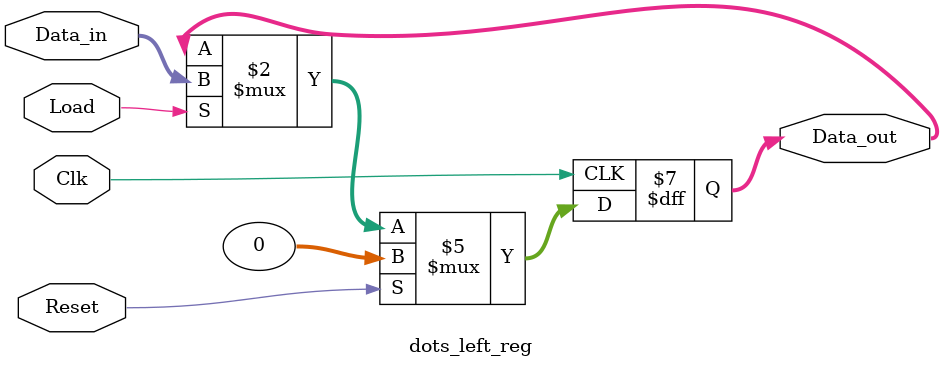
<source format=sv>
module dots_left_reg (input Clk, Reset, Load,
					input [31:0] Data_in,
					output logic [31:0] Data_out
);

			always_ff @(posedge Clk)
			begin
				if(Reset)
					Data_out <= 32'b0;
				else if(Load)
					Data_out <= Data_in;
			end
					
endmodule
</source>
